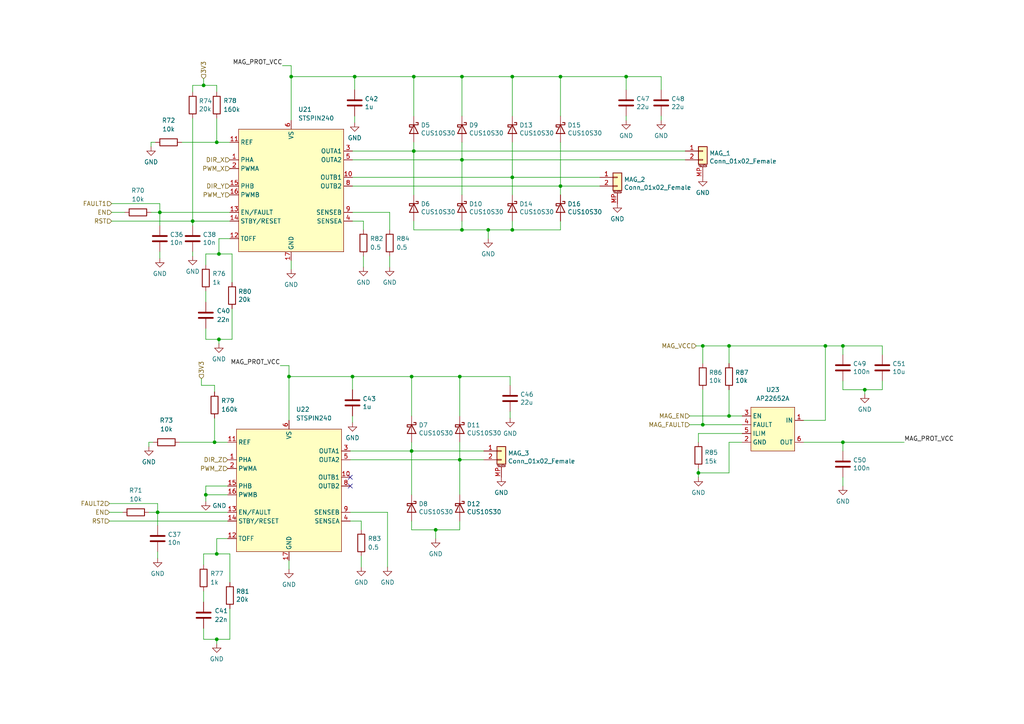
<source format=kicad_sch>
(kicad_sch (version 20211123) (generator eeschema)
  (paper "A4")
  (title_block (title "CubeSat 3 Axis Magnetorquer Drivers") (date "2022-08-10") (rev "2.0"))
  (lib_symbols
    (symbol "Connector_Generic_MountingPin:Conn_01x02_MountingPin" (pin_names (offset 1.016) hide)
      (property "Reference" "J" (at 0 2.54 0))
      (property "Value" "Conn_01x02_MountingPin" (at 1.27 -5.08 0))
      (symbol "Conn_01x02_MountingPin_1_1"
        (rectangle (start -1.27 -2.413) (end 0 -2.667) (stroke (width 0.1524)))
        (rectangle (start -1.27 0.127) (end 0 -0.127) (stroke (width 0.1524)))
        (rectangle (start -1.27 1.27) (end 1.27 -3.81) (stroke (width 0.254)) (fill (type background)))
        (polyline (pts (xy -1.016 -4.572) (xy 1.016 -4.572)) (stroke (width 0.1524)))
        (text "Mounting" (at 0 -4.191 0) (effects (font (size 0.381 0.381))))
        (pin passive line (at -5.08 0 0) (length 3.81) (name "Pin_1") (number "1"))
        (pin passive line (at -5.08 -2.54 0) (length 3.81) (name "Pin_2") (number "2"))
        (pin passive line (at 0 -7.62 90) (length 3.048) (name "MountPin") (number "MP"))
      )
    )
    (symbol "Device:C" (pin_numbers hide) (pin_names (offset 0.254))
      (property "Reference" "C" (at 0.635 2.54 0))
      (property "Value" "C" (at 0.635 -2.54 0))
      (symbol "C_0_1"
        (polyline (pts (xy -2.032 -0.762) (xy 2.032 -0.762)) (stroke (width 0.508)))
        (polyline (pts (xy -2.032 0.762) (xy 2.032 0.762)) (stroke (width 0.508)))
      )
      (symbol "C_1_1"
        (pin passive line (at 0 3.81 270) (length 2.794) (name "~") (number "1"))
        (pin passive line (at 0 -3.81 90) (length 2.794) (name "~") (number "2"))
      )
    )
    (symbol "Device:D_Schottky" (pin_numbers hide) (pin_names (offset 1.016) hide)
      (property "Reference" "D" (at 0 2.54 0))
      (property "Value" "D_Schottky" (at 0 -2.54 0))
      (symbol "D_Schottky_0_1"
        (polyline (pts (xy 1.27 0) (xy -1.27 0)))
        (polyline (pts (xy 1.27 1.27) (xy 1.27 -1.27) (xy -1.27 0) (xy 1.27 1.27)) (stroke (width 0.254)))
        (polyline (pts (xy -1.905 0.635) (xy -1.905 1.27) (xy -1.27 1.27) (xy -1.27 -1.27) (xy -0.635 -1.27) (xy -0.635 -0.635)) (stroke (width 0.254)))
      )
      (symbol "D_Schottky_1_1"
        (pin passive line (at -3.81 0 0) (length 2.54) (name "K") (number "1"))
        (pin passive line (at 3.81 0 180) (length 2.54) (name "A") (number "2"))
      )
    )
    (symbol "Device:R" (pin_numbers hide) (pin_names (offset 0))
      (property "Reference" "R" (at 2.032 0 90))
      (property "Value" "R" (at 0 0 90))
      (symbol "R_0_1"
        (rectangle (start -1.016 -2.54) (end 1.016 2.54) (stroke (width 0.254)))
      )
      (symbol "R_1_1"
        (pin passive line (at 0 3.81 270) (length 1.27) (name "~") (number "1"))
        (pin passive line (at 0 -3.81 90) (length 1.27) (name "~") (number "2"))
      )
    )
    (symbol "cubesat_obc_lib:AP22652A"
      (property "Reference" "U" (at -6.35 -7.62 0))
      (property "Value" "AP22652A" (at -8.89 -10.16 0))
      (symbol "AP22652A_0_0"
        (pin power_in line (at 8.89 2.54 180) (length 2.54) (name "IN") (number "1"))
        (pin power_in line (at -8.89 -3.81 0) (length 2.54) (name "GND") (number "2"))
        (pin input line (at -8.89 3.81 0) (length 2.54) (name "EN") (number "3"))
        (pin output line (at -8.89 1.27 0) (length 2.54) (name "FAULT") (number "4"))
        (pin input line (at -8.89 -1.27 0) (length 2.54) (name "ILIM") (number "5"))
        (pin power_out line (at 8.89 -3.81 180) (length 2.54) (name "OUT") (number "6"))
      )
      (symbol "AP22652A_0_1"
        (rectangle (start -6.35 6.35) (end 6.35 -6.35) (stroke (width 0.1524)) (fill (type background)))
      )
    )
    (symbol "cubesat_obc_lib:STSPIN240"
      (property "Reference" "U" (at -11.43 27.94 0))
      (property "Value" "STSPIN240" (at -7.62 25.4 0))
      (symbol "STSPIN240_0_0"
        (pin input line (at -17.78 12.7 0) (length 2.54) (name "PHA") (number "1"))
        (pin power_out line (at 17.78 7.62 180) (length 2.54) (name "OUTB1") (number "10"))
        (pin input line (at -17.78 17.78 0) (length 2.54) (name "REF") (number "11"))
        (pin bidirectional line (at -17.78 -10.16 0) (length 2.54) (name "TOFF") (number "12"))
        (pin bidirectional line (at -17.78 -2.54 0) (length 2.54) (name "EN/FAULT") (number "13"))
        (pin input line (at -17.78 -5.08 0) (length 2.54) (name "STBY/RESET") (number "14"))
        (pin input line (at -17.78 5.08 0) (length 2.54) (name "PHB") (number "15"))
        (pin input line (at -17.78 2.54 0) (length 2.54) (name "PWMB") (number "16"))
        (pin power_in line (at 0 -16.51 90) (length 2.54) (name "GND") (number "17"))
        (pin input line (at -17.78 10.16 0) (length 2.54) (name "PWMA") (number "2"))
        (pin power_out line (at 17.78 15.24 180) (length 2.54) (name "OUTA1") (number "3"))
        (pin output line (at 17.78 -5.08 180) (length 2.54) (name "SENSEA") (number "4"))
        (pin power_out line (at 17.78 12.7 180) (length 2.54) (name "OUTA2") (number "5"))
        (pin power_in line (at 0 24.13 270) (length 2.54) (name "VS") (number "6"))
        (pin power_in line (at 0 -16.51 90) (length 2.54) hide (name "GND") (number "7"))
        (pin power_out line (at 17.78 5.08 180) (length 2.54) (name "OUTB2") (number "8"))
        (pin output line (at 17.78 -2.54 180) (length 2.54) (name "SENSEB") (number "9"))
      )
      (symbol "STSPIN240_0_1"
        (rectangle (start -15.24 21.59) (end 15.24 -13.97) (fill (type background)))
      )
    )
    (symbol "power:GND" (power) (pin_names (offset 0))
      (property "Value" "GND" (at 0 -3.81 0))
      (symbol "GND_0_1"
        (polyline (pts (xy 0 0) (xy 0 -1.27) (xy 1.27 -1.27) (xy 0 -2.54) (xy -1.27 -1.27) (xy 0 -1.27)))
      )
      (symbol "GND_1_1"
        (pin power_in line (at 0 0 270) (length 0) hide (name "GND") (number "1"))
      )
    )
  )
  (junction (at 141.605 66.675))
  (junction (at 133.985 66.675))
  (junction (at 119.38 130.81))
  (junction (at 250.825 113.03))
  (junction (at 133.35 109.22))
  (junction (at 148.59 66.675))
  (junction (at 62.865 185.42))
  (junction (at 63.5 73.66))
  (junction (at 162.56 22.225))
  (junction (at 211.455 120.65))
  (junction (at 84.455 22.225))
  (junction (at 244.475 128.27))
  (junction (at 120.015 22.225))
  (junction (at 62.865 41.275))
  (junction (at 202.565 137.16))
  (junction (at 59.055 24.765))
  (junction (at 211.455 100.33))
  (junction (at 102.87 22.225))
  (junction (at 148.59 22.225))
  (junction (at 244.475 100.33))
  (junction (at 133.35 133.35))
  (junction (at 148.59 51.435))
  (junction (at 181.61 22.225))
  (junction (at 239.395 100.33))
  (junction (at 162.56 53.975))
  (junction (at 63.5 98.425))
  (junction (at 59.69 143.51))
  (junction (at 203.835 123.19))
  (junction (at 102.235 109.22))
  (junction (at 46.355 61.595))
  (junction (at 62.865 160.655))
  (junction (at 120.015 43.815))
  (junction (at 126.365 153.67))
  (junction (at 62.23 128.27))
  (junction (at 83.82 109.22))
  (junction (at 133.985 46.355))
  (junction (at 45.72 148.59))
  (junction (at 133.985 22.225))
  (junction (at 203.835 100.33))
  (junction (at 55.88 64.135))
  (junction (at 119.38 109.22))
  (no_connect (at 101.6 140.97))
  (no_connect (at 101.6 138.43))
  (wire (pts (xy 244.475 128.27) (xy 244.475 130.81)))
  (wire (pts (xy 147.955 119.38) (xy 147.955 121.285)))
  (wire (pts (xy 59.055 160.655) (xy 59.055 163.83)))
  (wire (pts (xy 120.015 66.675) (xy 120.015 64.135)))
  (wire (pts (xy 63.5 98.425) (xy 63.5 99.695)))
  (wire (pts (xy 162.56 66.675) (xy 162.56 64.135)))
  (wire (pts (xy 133.985 22.225) (xy 148.59 22.225)))
  (wire (pts (xy 244.475 113.03) (xy 244.475 110.49)))
  (wire (pts (xy 63.5 73.66) (xy 67.31 73.66)))
  (wire (pts (xy 67.31 89.535) (xy 67.31 98.425)))
  (wire (pts (xy 58.42 111.76) (xy 62.23 111.76)))
  (wire (pts (xy 102.235 46.355) (xy 133.985 46.355)))
  (wire (pts (xy 133.985 46.355) (xy 133.985 56.515)))
  (wire (pts (xy 133.35 153.67) (xy 133.35 151.13)))
  (wire (pts (xy 148.59 41.275) (xy 148.59 51.435)))
  (wire (pts (xy 133.985 66.675) (xy 133.985 64.135)))
  (wire (pts (xy 133.35 128.27) (xy 133.35 133.35)))
  (wire (pts (xy 55.88 64.135) (xy 55.88 65.405)))
  (wire (pts (xy 63.5 98.425) (xy 59.69 98.425)))
  (wire (pts (xy 119.38 153.67) (xy 119.38 151.13)))
  (wire (pts (xy 46.355 73.025) (xy 46.355 74.93)))
  (wire (pts (xy 162.56 33.655) (xy 162.56 22.225)))
  (wire (pts (xy 102.235 51.435) (xy 148.59 51.435)))
  (wire (pts (xy 200.025 120.65) (xy 211.455 120.65)))
  (wire (pts (xy 211.455 120.65) (xy 211.455 113.03)))
  (wire (pts (xy 181.61 22.225) (xy 162.56 22.225)))
  (wire (pts (xy 58.42 109.855) (xy 58.42 111.76)))
  (wire (pts (xy 141.605 66.675) (xy 141.605 69.215)))
  (wire (pts (xy 244.475 138.43) (xy 244.475 140.97)))
  (wire (pts (xy 162.56 22.225) (xy 148.59 22.225)))
  (wire (pts (xy 147.955 109.22) (xy 147.955 111.76)))
  (wire (pts (xy 59.69 84.455) (xy 59.69 87.63)))
  (wire (pts (xy 66.04 156.21) (xy 62.865 156.21)))
  (wire (pts (xy 203.835 100.33) (xy 211.455 100.33)))
  (wire (pts (xy 81.28 106.045) (xy 83.82 106.045)))
  (wire (pts (xy 211.455 128.27) (xy 215.265 128.27)))
  (wire (pts (xy 104.775 161.29) (xy 104.775 164.465)))
  (wire (pts (xy 211.455 128.27) (xy 211.455 137.16)))
  (wire (pts (xy 43.18 128.27) (xy 43.18 129.54)))
  (wire (pts (xy 133.35 109.22) (xy 147.955 109.22)))
  (wire (pts (xy 59.055 171.45) (xy 59.055 174.625)))
  (wire (pts (xy 148.59 51.435) (xy 173.99 51.435)))
  (wire (pts (xy 148.59 66.675) (xy 148.59 64.135)))
  (wire (pts (xy 55.88 24.765) (xy 59.055 24.765)))
  (wire (pts (xy 67.31 81.915) (xy 67.31 73.66)))
  (wire (pts (xy 119.38 130.81) (xy 119.38 143.51)))
  (wire (pts (xy 133.985 33.655) (xy 133.985 22.225)))
  (wire (pts (xy 244.475 128.27) (xy 262.255 128.27)))
  (wire (pts (xy 83.82 109.22) (xy 83.82 121.92)))
  (wire (pts (xy 126.365 153.67) (xy 133.35 153.67)))
  (wire (pts (xy 211.455 137.16) (xy 202.565 137.16)))
  (wire (pts (xy 101.6 148.59) (xy 112.395 148.59)))
  (wire (pts (xy 215.265 123.19) (xy 203.835 123.19)))
  (wire (pts (xy 102.87 33.655) (xy 102.87 35.56)))
  (wire (pts (xy 83.82 162.56) (xy 83.82 165.1)))
  (wire (pts (xy 66.04 148.59) (xy 45.72 148.59)))
  (wire (pts (xy 52.705 41.275) (xy 62.865 41.275)))
  (wire (pts (xy 43.815 41.275) (xy 43.815 42.545)))
  (wire (pts (xy 250.825 113.03) (xy 250.825 114.3)))
  (wire (pts (xy 66.675 64.135) (xy 55.88 64.135)))
  (wire (pts (xy 43.815 41.275) (xy 45.085 41.275)))
  (wire (pts (xy 81.915 19.05) (xy 84.455 19.05)))
  (wire (pts (xy 255.905 102.87) (xy 255.905 100.33)))
  (wire (pts (xy 46.355 61.595) (xy 46.355 65.405)))
  (wire (pts (xy 250.825 113.03) (xy 244.475 113.03)))
  (wire (pts (xy 62.865 185.42) (xy 62.865 186.69)))
  (wire (pts (xy 84.455 19.05) (xy 84.455 22.225)))
  (wire (pts (xy 66.675 69.215) (xy 63.5 69.215)))
  (wire (pts (xy 101.6 130.81) (xy 119.38 130.81)))
  (wire (pts (xy 32.385 64.135) (xy 55.88 64.135)))
  (wire (pts (xy 66.04 143.51) (xy 59.69 143.51)))
  (wire (pts (xy 66.675 185.42) (xy 62.865 185.42)))
  (wire (pts (xy 202.565 125.73) (xy 202.565 128.27)))
  (wire (pts (xy 133.35 120.65) (xy 133.35 109.22)))
  (wire (pts (xy 112.395 148.59) (xy 112.395 164.465)))
  (wire (pts (xy 239.395 100.33) (xy 239.395 121.92)))
  (wire (pts (xy 102.87 22.225) (xy 102.87 26.035)))
  (wire (pts (xy 52.07 128.27) (xy 62.23 128.27)))
  (wire (pts (xy 133.35 133.35) (xy 133.35 143.51)))
  (wire (pts (xy 62.865 185.42) (xy 59.055 185.42)))
  (wire (pts (xy 148.59 51.435) (xy 148.59 56.515)))
  (wire (pts (xy 126.365 153.67) (xy 126.365 156.21)))
  (wire (pts (xy 102.235 61.595) (xy 113.03 61.595)))
  (wire (pts (xy 119.38 109.22) (xy 119.38 120.65)))
  (wire (pts (xy 43.18 148.59) (xy 45.72 148.59)))
  (wire (pts (xy 191.77 26.035) (xy 191.77 22.225)))
  (wire (pts (xy 102.235 43.815) (xy 120.015 43.815)))
  (wire (pts (xy 120.015 22.225) (xy 120.015 33.655)))
  (wire (pts (xy 119.38 153.67) (xy 126.365 153.67)))
  (wire (pts (xy 119.38 130.81) (xy 140.335 130.81)))
  (wire (pts (xy 233.045 128.27) (xy 244.475 128.27)))
  (wire (pts (xy 148.59 66.675) (xy 162.56 66.675)))
  (wire (pts (xy 62.865 160.655) (xy 66.675 160.655)))
  (wire (pts (xy 120.015 43.815) (xy 198.755 43.815)))
  (wire (pts (xy 55.88 26.67) (xy 55.88 24.765)))
  (wire (pts (xy 55.88 73.025) (xy 55.88 74.295)))
  (wire (pts (xy 203.835 100.33) (xy 203.835 105.41)))
  (wire (pts (xy 140.335 133.35) (xy 133.35 133.35)))
  (wire (pts (xy 55.88 34.29) (xy 55.88 64.135)))
  (wire (pts (xy 202.565 135.89) (xy 202.565 137.16)))
  (wire (pts (xy 45.72 160.02) (xy 45.72 161.925)))
  (wire (pts (xy 102.235 120.65) (xy 102.235 122.555)))
  (wire (pts (xy 211.455 100.33) (xy 211.455 105.41)))
  (wire (pts (xy 102.235 64.135) (xy 105.41 64.135)))
  (wire (pts (xy 211.455 100.33) (xy 239.395 100.33)))
  (wire (pts (xy 181.61 26.035) (xy 181.61 22.225)))
  (wire (pts (xy 255.905 110.49) (xy 255.905 113.03)))
  (wire (pts (xy 255.905 113.03) (xy 250.825 113.03)))
  (wire (pts (xy 43.815 61.595) (xy 46.355 61.595)))
  (wire (pts (xy 191.77 33.655) (xy 191.77 34.925)))
  (wire (pts (xy 101.6 151.13) (xy 104.775 151.13)))
  (wire (pts (xy 32.385 61.595) (xy 36.195 61.595)))
  (wire (pts (xy 102.235 109.22) (xy 83.82 109.22)))
  (wire (pts (xy 133.985 46.355) (xy 198.755 46.355)))
  (wire (pts (xy 162.56 53.975) (xy 173.99 53.975)))
  (wire (pts (xy 59.055 185.42) (xy 59.055 182.245)))
  (wire (pts (xy 141.605 66.675) (xy 148.59 66.675)))
  (wire (pts (xy 45.72 146.05) (xy 45.72 148.59)))
  (wire (pts (xy 203.835 123.19) (xy 203.835 113.03)))
  (wire (pts (xy 120.015 66.675) (xy 133.985 66.675)))
  (wire (pts (xy 59.055 22.86) (xy 59.055 24.765)))
  (wire (pts (xy 201.93 100.33) (xy 203.835 100.33)))
  (wire (pts (xy 62.23 111.76) (xy 62.23 113.665)))
  (wire (pts (xy 59.055 24.765) (xy 62.865 24.765)))
  (wire (pts (xy 244.475 100.33) (xy 239.395 100.33)))
  (wire (pts (xy 202.565 137.16) (xy 202.565 138.43)))
  (wire (pts (xy 120.015 43.815) (xy 120.015 56.515)))
  (wire (pts (xy 66.04 140.97) (xy 59.69 140.97)))
  (wire (pts (xy 46.355 59.055) (xy 46.355 61.595)))
  (wire (pts (xy 101.6 133.35) (xy 133.35 133.35)))
  (wire (pts (xy 215.265 120.65) (xy 211.455 120.65)))
  (wire (pts (xy 119.38 128.27) (xy 119.38 130.81)))
  (wire (pts (xy 63.5 69.215) (xy 63.5 73.66)))
  (wire (pts (xy 32.385 59.055) (xy 46.355 59.055)))
  (wire (pts (xy 31.75 148.59) (xy 35.56 148.59)))
  (wire (pts (xy 133.35 109.22) (xy 119.38 109.22)))
  (wire (pts (xy 162.56 41.275) (xy 162.56 53.975)))
  (wire (pts (xy 181.61 22.225) (xy 191.77 22.225)))
  (wire (pts (xy 45.72 148.59) (xy 45.72 152.4)))
  (wire (pts (xy 59.69 140.97) (xy 59.69 143.51)))
  (wire (pts (xy 105.41 64.135) (xy 105.41 66.675)))
  (wire (pts (xy 84.455 75.565) (xy 84.455 78.105)))
  (wire (pts (xy 62.865 41.275) (xy 66.675 41.275)))
  (wire (pts (xy 62.865 24.765) (xy 62.865 26.67)))
  (wire (pts (xy 113.03 74.295) (xy 113.03 77.47)))
  (wire (pts (xy 244.475 100.33) (xy 244.475 102.87)))
  (wire (pts (xy 102.235 109.22) (xy 102.235 113.03)))
  (wire (pts (xy 102.87 22.225) (xy 84.455 22.225)))
  (wire (pts (xy 239.395 121.92) (xy 233.045 121.92)))
  (wire (pts (xy 215.265 125.73) (xy 202.565 125.73)))
  (wire (pts (xy 59.69 98.425) (xy 59.69 95.25)))
  (wire (pts (xy 133.985 22.225) (xy 120.015 22.225)))
  (wire (pts (xy 181.61 33.655) (xy 181.61 34.925)))
  (wire (pts (xy 102.87 22.225) (xy 120.015 22.225)))
  (wire (pts (xy 120.015 41.275) (xy 120.015 43.815)))
  (wire (pts (xy 133.985 41.275) (xy 133.985 46.355)))
  (wire (pts (xy 59.055 160.655) (xy 62.865 160.655)))
  (wire (pts (xy 255.905 100.33) (xy 244.475 100.33)))
  (wire (pts (xy 104.775 151.13) (xy 104.775 153.67)))
  (wire (pts (xy 66.675 168.91) (xy 66.675 160.655)))
  (wire (pts (xy 66.675 176.53) (xy 66.675 185.42)))
  (wire (pts (xy 62.23 121.285) (xy 62.23 128.27)))
  (wire (pts (xy 31.75 146.05) (xy 45.72 146.05)))
  (wire (pts (xy 67.31 98.425) (xy 63.5 98.425)))
  (wire (pts (xy 200.025 123.19) (xy 203.835 123.19)))
  (wire (pts (xy 102.235 109.22) (xy 119.38 109.22)))
  (wire (pts (xy 62.865 156.21) (xy 62.865 160.655)))
  (wire (pts (xy 105.41 74.295) (xy 105.41 77.47)))
  (wire (pts (xy 31.75 151.13) (xy 66.04 151.13)))
  (wire (pts (xy 59.69 143.51) (xy 59.69 145.415)))
  (wire (pts (xy 59.69 73.66) (xy 63.5 73.66)))
  (wire (pts (xy 62.23 128.27) (xy 66.04 128.27)))
  (wire (pts (xy 162.56 53.975) (xy 162.56 56.515)))
  (wire (pts (xy 113.03 61.595) (xy 113.03 66.675)))
  (wire (pts (xy 84.455 22.225) (xy 84.455 34.925)))
  (wire (pts (xy 148.59 22.225) (xy 148.59 33.655)))
  (wire (pts (xy 83.82 106.045) (xy 83.82 109.22)))
  (wire (pts (xy 102.235 53.975) (xy 162.56 53.975)))
  (wire (pts (xy 62.865 34.29) (xy 62.865 41.275)))
  (wire (pts (xy 133.985 66.675) (xy 141.605 66.675)))
  (wire (pts (xy 43.18 128.27) (xy 44.45 128.27)))
  (wire (pts (xy 59.69 73.66) (xy 59.69 76.835)))
  (wire (pts (xy 66.675 61.595) (xy 46.355 61.595)))
  (label "MAG_PROT_VCC" (at 81.915 19.05 180))
  (label "MAG_PROT_VCC" (at 262.255 128.27 0))
  (label "MAG_PROT_VCC" (at 81.28 106.045 180))
  (hierarchical_label "MAG_EN" (shape input) (at 200.025 120.65 180))
  (hierarchical_label "DIR_Z" (shape input) (at 66.04 133.35 180))
  (hierarchical_label "RST" (shape input) (at 32.385 64.135 180))
  (hierarchical_label "EN" (shape input) (at 32.385 61.595 180))
  (hierarchical_label "3V3" (shape input) (at 59.055 22.86 90))
  (hierarchical_label "EN" (shape input) (at 31.75 148.59 180))
  (hierarchical_label "MAG_VCC" (shape input) (at 201.93 100.33 180))
  (hierarchical_label "FAULT2" (shape input) (at 31.75 146.05 180))
  (hierarchical_label "PWM_X" (shape input) (at 66.675 48.895 180))
  (hierarchical_label "PWM_Y" (shape input) (at 66.675 56.515 180))
  (hierarchical_label "RST" (shape input) (at 31.75 151.13 180))
  (hierarchical_label "DIR_Y" (shape input) (at 66.675 53.975 180))
  (hierarchical_label "DIR_X" (shape input) (at 66.675 46.355 180))
  (hierarchical_label "3V3" (shape input) (at 58.42 109.855 90))
  (hierarchical_label "MAG_FAULT" (shape input) (at 200.025 123.19 180))
  (hierarchical_label "PWM_Z" (shape input) (at 66.04 135.89 180))
  (hierarchical_label "FAULT1" (shape input) (at 32.385 59.055 180))
  (symbol (lib_id "Connector_Generic_MountingPin:Conn_01x02_MountingPin") (at 145.415 130.81 0) (unit 1)
    (property "Reference" "MAG_3" (at 147.32 131.445 0) (effects (justify left)))
    (property "Value" "Conn_01x02_Female" (at 147.32 133.7564 0) (effects (justify left)))
    (property "Footprint" "Connector_Molex:Molex_PicoBlade_53261-0271_1x02-1MP_P1.25mm_Horizontal" (effects hide))
    (property "Digikey Part Number" "WM25389CT-ND" (effects hide))
  )
  (symbol (lib_id "Connector_Generic_MountingPin:Conn_01x02_MountingPin") (at 203.835 43.815 0) (unit 1)
    (property "Reference" "MAG_1" (at 205.74 44.45 0) (effects (justify left)))
    (property "Value" "Conn_01x02_Female" (at 205.74 46.7614 0) (effects (justify left)))
    (property "Footprint" "Connector_Molex:Molex_PicoBlade_53261-0271_1x02-1MP_P1.25mm_Horizontal" (effects hide))
    (property "Digikey Part Number" "WM25389CT-ND" (effects hide))
  )
  (symbol (lib_id "Connector_Generic_MountingPin:Conn_01x02_MountingPin") (at 179.07 51.435 0) (unit 1)
    (property "Reference" "MAG_2" (at 180.975 52.07 0) (effects (justify left)))
    (property "Value" "Conn_01x02_Female" (at 180.975 54.3814 0) (effects (justify left)))
    (property "Footprint" "Connector_Molex:Molex_PicoBlade_53261-0271_1x02-1MP_P1.25mm_Horizontal" (effects hide))
    (property "Digikey Part Number" "WM25389CT-ND" (effects hide))
  )
  (symbol (lib_id "Device:D_Schottky") (at 133.985 60.325 270) (unit 1)
    (property "Reference" "D10" (at 136.017 59.1566 90) (effects (justify left)))
    (property "Value" "CUS10S30" (at 136.017 61.468 90) (effects (justify left)))
    (property "Footprint" "Diode_SMD:D_SOD-323" (effects hide))
    (property "Digikey Part Number" "CUS10S30H3FCT-ND" (effects hide))
  )
  (symbol (lib_id "Device:D_Schottky") (at 120.015 60.325 270) (unit 1)
    (property "Reference" "D6" (at 122.047 59.1566 90) (effects (justify left)))
    (property "Value" "CUS10S30" (at 122.047 61.468 90) (effects (justify left)))
    (property "Footprint" "Diode_SMD:D_SOD-323" (effects hide))
    (property "Digikey Part Number" "CUS10S30H3FCT-ND" (effects hide))
  )
  (symbol (lib_id "Device:D_Schottky") (at 133.985 37.465 270) (unit 1)
    (property "Reference" "D9" (at 136.017 36.2966 90) (effects (justify left)))
    (property "Value" "CUS10S30" (at 136.017 38.608 90) (effects (justify left)))
    (property "Footprint" "Diode_SMD:D_SOD-323" (effects hide))
    (property "Digikey Part Number" "CUS10S30H3FCT-ND" (effects hide))
  )
  (symbol (lib_id "Device:D_Schottky") (at 120.015 37.465 270) (unit 1)
    (property "Reference" "D5" (at 122.047 36.2966 90) (effects (justify left)))
    (property "Value" "CUS10S30" (at 122.047 38.608 90) (effects (justify left)))
    (property "Footprint" "Diode_SMD:D_SOD-323" (effects hide))
    (property "Digikey Part Number" "CUS10S30H3FCT-ND" (effects hide))
  )
  (symbol (lib_id "Device:D_Schottky") (at 162.56 37.465 270) (unit 1)
    (property "Reference" "D15" (at 164.592 36.2966 90) (effects (justify left)))
    (property "Value" "CUS10S30" (at 164.592 38.608 90) (effects (justify left)))
    (property "Footprint" "Diode_SMD:D_SOD-323" (effects hide))
    (property "Digikey Part Number" "CUS10S30H3FCT-ND" (effects hide))
  )
  (symbol (lib_id "Device:D_Schottky") (at 148.59 37.465 270) (unit 1)
    (property "Reference" "D13" (at 150.622 36.2966 90) (effects (justify left)))
    (property "Value" "CUS10S30" (at 150.622 38.608 90) (effects (justify left)))
    (property "Footprint" "Diode_SMD:D_SOD-323" (effects hide))
    (property "Digikey Part Number" "CUS10S30H3FCT-ND" (effects hide))
  )
  (symbol (lib_id "Device:D_Schottky") (at 133.35 124.46 270) (unit 1)
    (property "Reference" "D11" (at 135.382 123.2916 90) (effects (justify left)))
    (property "Value" "CUS10S30" (at 135.382 125.603 90) (effects (justify left)))
    (property "Footprint" "Diode_SMD:D_SOD-323" (effects hide))
    (property "Digikey Part Number" "CUS10S30H3FCT-ND" (effects hide))
  )
  (symbol (lib_id "Device:D_Schottky") (at 119.38 124.46 270) (unit 1)
    (property "Reference" "D7" (at 121.412 123.2916 90) (effects (justify left)))
    (property "Value" "CUS10S30" (at 121.412 125.603 90) (effects (justify left)))
    (property "Footprint" "Diode_SMD:D_SOD-323" (effects hide))
    (property "Digikey Part Number" "CUS10S30H3FCT-ND" (effects hide))
  )
  (symbol (lib_id "Device:D_Schottky") (at 162.56 60.325 270) (unit 1)
    (property "Reference" "D16" (at 164.592 59.1566 90) (effects (justify left)))
    (property "Value" "CUS10S30" (at 164.592 61.468 90) (effects (justify left)))
    (property "Footprint" "Diode_SMD:D_SOD-323" (effects hide))
    (property "Digikey Part Number" "CUS10S30H3FCT-ND" (effects hide))
  )
  (symbol (lib_id "Device:D_Schottky") (at 148.59 60.325 270) (unit 1)
    (property "Reference" "D14" (at 150.622 59.1566 90) (effects (justify left)))
    (property "Value" "CUS10S30" (at 150.622 61.468 90) (effects (justify left)))
    (property "Footprint" "Diode_SMD:D_SOD-323" (effects hide))
    (property "Digikey Part Number" "CUS10S30H3FCT-ND" (effects hide))
  )
  (symbol (lib_id "Device:D_Schottky") (at 133.35 147.32 270) (unit 1)
    (property "Reference" "D12" (at 135.382 146.1516 90) (effects (justify left)))
    (property "Value" "CUS10S30" (at 135.382 148.463 90) (effects (justify left)))
    (property "Footprint" "Diode_SMD:D_SOD-323" (effects hide))
    (property "Digikey Part Number" "CUS10S30H3FCT-ND" (effects hide))
  )
  (symbol (lib_id "Device:D_Schottky") (at 119.38 147.32 270) (unit 1)
    (property "Reference" "D8" (at 121.412 146.1516 90) (effects (justify left)))
    (property "Value" "CUS10S30" (at 121.412 148.463 90) (effects (justify left)))
    (property "Footprint" "Diode_SMD:D_SOD-323" (effects hide))
    (property "Digikey Part Number" "CUS10S30H3FCT-ND" (effects hide))
  )
  (symbol (lib_id "Device:C") (at 191.77 29.845 0) (unit 1)
    (property "Reference" "C48" (at 194.691 28.6766 0) (effects (justify left)))
    (property "Value" "22u" (at 194.691 30.988 0) (effects (justify left)))
    (property "Footprint" "Capacitor_SMD:C_1210_3225Metric" (effects hide))
    (property "Digikey Part Number" "399-13723-1-ND" (effects hide))
  )
  (symbol (lib_id "Device:C") (at 181.61 29.845 0) (unit 1)
    (property "Reference" "C47" (at 184.531 28.6766 0) (effects (justify left)))
    (property "Value" "22u" (at 184.531 30.988 0) (effects (justify left)))
    (property "Footprint" "Capacitor_SMD:C_1210_3225Metric" (effects hide))
    (property "Digikey Part Number" "399-13723-1-ND" (effects hide))
  )
  (symbol (lib_id "Device:C") (at 147.955 115.57 0) (unit 1)
    (property "Reference" "C46" (at 150.876 114.4016 0) (effects (justify left)))
    (property "Value" "22u" (at 150.876 116.713 0) (effects (justify left)))
    (property "Footprint" "Capacitor_SMD:C_1210_3225Metric" (effects hide))
    (property "Digikey Part Number" "399-13723-1-ND" (effects hide))
  )
  (symbol (lib_id "Device:R") (at 62.865 30.48 0) (unit 1)
    (property "Reference" "R78" (at 64.77 29.2099 0) (effects (justify left)))
    (property "Value" "160k" (at 64.77 31.7499 0) (effects (justify left)))
    (property "Footprint" "Resistor_SMD:R_0402_1005Metric" (effects hide))
    (property "Digikey Part Number" "YAG5635CT-ND" (effects hide))
  )
  (symbol (lib_id "power:GND") (at 126.365 156.21 0) (unit 1)
    (property "Reference" "#PWR070" (effects hide))
    (property "Value" "GND" (at 126.365 160.6534 0))
  )
  (symbol (lib_id "power:GND") (at 112.395 164.465 0) (unit 1)
    (property "Reference" "#PWR069" (effects hide))
    (property "Value" "GND" (at 112.395 168.9084 0))
  )
  (symbol (lib_id "Device:C") (at 102.87 29.845 0) (unit 1)
    (property "Reference" "C42" (at 105.791 28.6766 0) (effects (justify left)))
    (property "Value" "1u" (at 105.791 30.988 0) (effects (justify left)))
    (property "Footprint" "Capacitor_SMD:C_0603_1608Metric" (effects hide))
    (property "Digikey Part Number" "399-17713-1-ND" (effects hide))
  )
  (symbol (lib_id "Device:C") (at 45.72 156.21 180) (unit 1)
    (property "Reference" "C37" (at 48.641 155.0416 0) (effects (justify right)))
    (property "Value" "10n" (at 48.641 157.353 0) (effects (justify right)))
    (property "Footprint" "Capacitor_SMD:C_0603_1608Metric" (effects hide))
    (property "Digikey Part Number" "399-14104-1-ND" (effects hide))
  )
  (symbol (lib_id "power:GND") (at 102.87 35.56 0) (unit 1)
    (property "Reference" "#PWR066" (effects hide))
    (property "Value" "GND" (at 102.87 40.0034 0))
  )
  (symbol (lib_id "power:GND") (at 43.815 42.545 0) (unit 1)
    (property "Reference" "#PWR053" (effects hide))
    (property "Value" "GND" (at 43.815 46.9884 0))
  )
  (symbol (lib_id "Device:C") (at 102.235 116.84 0) (unit 1)
    (property "Reference" "C43" (at 105.156 115.6716 0) (effects (justify left)))
    (property "Value" "1u" (at 105.156 117.983 0) (effects (justify left)))
    (property "Footprint" "Capacitor_SMD:C_0603_1608Metric" (effects hide))
    (property "Digikey Part Number" "399-17713-1-ND" (effects hide))
  )
  (symbol (lib_id "Device:C") (at 55.88 69.215 180) (unit 1)
    (property "Reference" "C38" (at 58.801 68.0466 0) (effects (justify right)))
    (property "Value" "10n" (at 58.801 70.358 0) (effects (justify right)))
    (property "Footprint" "Capacitor_SMD:C_0603_1608Metric" (effects hide))
    (property "Digikey Part Number" "399-14104-1-ND" (effects hide))
  )
  (symbol (lib_id "cubesat_obc_lib:STSPIN240") (at 83.82 146.05 0) (unit 1)
    (property "Reference" "U22" (at 85.8394 118.745 0) (effects (justify left)))
    (property "Value" "STSPIN240" (at 85.8394 121.285 0) (effects (justify left)))
    (property "Footprint" "Package_DFN_QFN:VQFN-16-1EP_3x3mm_P0.5mm_EP1.68x1.68mm_ThermalVias" (effects hide))
    (property "Datasheet" "https://www.st.com/content/ccc/resource/technical/document/datasheet/group3/2f/ef/09/12/89/cd/41/c8/DM00293532/files/DM00293532.pdf/jcr:content/translations/en.DM00293532.pdf" (effects hide))
    (property "Digikey Part Number" "497-16604-1-ND" (effects hide))
  )
  (symbol (lib_id "power:GND") (at 191.77 34.925 0) (unit 1)
    (property "Reference" "#PWR074" (effects hide))
    (property "Value" "GND" (at 191.77 39.3684 0))
  )
  (symbol (lib_id "Device:R") (at 203.835 109.22 0) (unit 1)
    (property "Reference" "R86" (at 205.613 108.0516 0) (effects (justify left)))
    (property "Value" "10k" (at 205.613 110.363 0) (effects (justify left)))
    (property "Footprint" "Resistor_SMD:R_0402_1005Metric" (effects hide))
    (property "Digikey Part Number" "YAG3436CT-ND" (effects hide))
  )
  (symbol (lib_id "power:GND") (at 202.565 138.43 0) (unit 1)
    (property "Reference" "#PWR075" (effects hide))
    (property "Value" "GND" (at 202.565 142.8734 0))
  )
  (symbol (lib_id "power:GND") (at 113.03 77.47 0) (unit 1)
    (property "Reference" "#PWR068" (effects hide))
    (property "Value" "GND" (at 113.03 81.9134 0))
  )
  (symbol (lib_id "Device:R") (at 48.26 128.27 90) (unit 1)
    (property "Reference" "R73" (at 48.26 121.92 90))
    (property "Value" "10k" (at 48.26 124.46 90))
    (property "Footprint" "Resistor_SMD:R_0402_1005Metric" (effects hide))
    (property "Digikey Part Number" "YAG3436CT-ND" (effects hide))
  )
  (symbol (lib_id "power:GND") (at 84.455 78.105 0) (unit 1)
    (property "Reference" "#PWR062" (effects hide))
    (property "Value" "GND" (at 84.455 82.5484 0))
  )
  (symbol (lib_id "power:GND") (at 63.5 99.695 0) (unit 1)
    (property "Reference" "#PWR060" (effects hide))
    (property "Value" "GND" (at 63.5 104.1384 0))
  )
  (symbol (lib_id "Device:C") (at 59.055 178.435 0) (unit 1)
    (property "Reference" "C41" (at 62.23 177.1649 0) (effects (justify left)))
    (property "Value" "22n" (at 62.23 179.7049 0) (effects (justify left)))
    (property "Footprint" "Capacitor_SMD:C_0402_1005Metric" (effects hide))
    (property "Digikey Part Number" "399-16022-1-ND" (effects hide))
  )
  (symbol (lib_id "Device:R") (at 59.055 167.64 0) (unit 1)
    (property "Reference" "R77" (at 60.96 166.3699 0) (effects (justify left)))
    (property "Value" "1k" (at 60.96 168.9099 0) (effects (justify left)))
    (property "Footprint" "Resistor_SMD:R_0402_1005Metric" (effects hide))
    (property "Digikey Part Number" "311-1KLBCT-ND" (effects hide))
  )
  (symbol (lib_id "Device:R") (at 67.31 85.725 0) (unit 1)
    (property "Reference" "R80" (at 69.088 84.5566 0) (effects (justify left)))
    (property "Value" "20k" (at 69.088 86.868 0) (effects (justify left)))
    (property "Footprint" "Resistor_SMD:R_0603_1608Metric" (effects hide))
    (property "Digikey Part Number" "YAG3577CT-ND" (effects hide))
  )
  (symbol (lib_id "power:GND") (at 43.18 129.54 0) (unit 1)
    (property "Reference" "#PWR054" (effects hide))
    (property "Value" "GND" (at 43.18 133.9834 0))
  )
  (symbol (lib_id "power:GND") (at 46.355 74.93 0) (unit 1)
    (property "Reference" "#PWR055" (effects hide))
    (property "Value" "GND" (at 46.355 79.3734 0))
  )
  (symbol (lib_id "power:GND") (at 45.72 161.925 0) (unit 1)
    (property "Reference" "#PWR056" (effects hide))
    (property "Value" "GND" (at 45.72 166.3684 0))
  )
  (symbol (lib_id "Device:R") (at 105.41 70.485 0) (unit 1)
    (property "Reference" "R82" (at 107.315 69.2149 0) (effects (justify left)))
    (property "Value" "0.5" (at 107.315 71.7549 0) (effects (justify left)))
    (property "Footprint" "Resistor_SMD:R_0805_2012Metric" (effects hide))
    (property "Digikey Part Number" "311-.5LUCT-ND" (effects hide))
  )
  (symbol (lib_id "power:GND") (at 62.865 186.69 0) (unit 1)
    (property "Reference" "#PWR061" (effects hide))
    (property "Value" "GND" (at 62.865 191.1334 0))
  )
  (symbol (lib_id "Device:C") (at 59.69 91.44 0) (unit 1)
    (property "Reference" "C40" (at 62.865 90.1699 0) (effects (justify left)))
    (property "Value" "22n" (at 62.865 92.7099 0) (effects (justify left)))
    (property "Footprint" "Capacitor_SMD:C_0402_1005Metric" (effects hide))
    (property "Digikey Part Number" "399-16022-1-ND" (effects hide))
  )
  (symbol (lib_id "power:GND") (at 83.82 165.1 0) (unit 1)
    (property "Reference" "#PWR063" (effects hide))
    (property "Value" "GND" (at 83.82 169.5434 0))
  )
  (symbol (lib_id "power:GND") (at 145.415 138.43 0) (unit 1)
    (property "Reference" "#PWR0112" (effects hide))
    (property "Value" "GND" (at 145.415 142.8734 0))
  )
  (symbol (lib_id "cubesat_obc_lib:AP22652A") (at 224.155 124.46 0) (unit 1)
    (property "Reference" "U23" (at 224.155 113.03 0))
    (property "Value" "AP22652A" (at 224.155 115.57 0))
    (property "Footprint" "Package_TO_SOT_SMD:SOT-23-6" (effects hide))
    (property "Datasheet" "https://www.diodes.com/assets/Datasheets/AP22652_53_52A_53A.pdf" (effects hide))
    (property "Digikey Part Number" "31-AP22652AW6-7CT-ND" (effects hide))
  )
  (symbol (lib_id "Device:R") (at 113.03 70.485 0) (unit 1)
    (property "Reference" "R84" (at 114.935 69.2149 0) (effects (justify left)))
    (property "Value" "0.5" (at 114.935 71.7549 0) (effects (justify left)))
    (property "Footprint" "Resistor_SMD:R_0805_2012Metric" (effects hide))
    (property "Digikey Part Number" "311-.5LUCT-ND" (effects hide))
  )
  (symbol (lib_id "Device:R") (at 59.69 80.645 0) (unit 1)
    (property "Reference" "R76" (at 61.595 79.3749 0) (effects (justify left)))
    (property "Value" "1k" (at 61.595 81.9149 0) (effects (justify left)))
    (property "Footprint" "Resistor_SMD:R_0402_1005Metric" (effects hide))
    (property "Digikey Part Number" "311-1KLBCT-ND" (effects hide))
  )
  (symbol (lib_id "power:GND") (at 203.835 51.435 0) (unit 1)
    (property "Reference" "#PWR0114" (effects hide))
    (property "Value" "GND" (at 203.835 55.8784 0))
  )
  (symbol (lib_id "power:GND") (at 59.69 145.415 0) (unit 1)
    (property "Reference" "#PWR059" (effects hide))
    (property "Value" "GND" (at 61.595 146.6849 0) (effects (justify left)))
  )
  (symbol (lib_id "Device:R") (at 202.565 132.08 0) (unit 1)
    (property "Reference" "R85" (at 204.343 131.2453 0) (effects (justify left)))
    (property "Value" "15k" (at 204.343 133.7822 0) (effects (justify left)))
    (property "Footprint" "Resistor_SMD:R_0402_1005Metric" (effects hide))
    (property "Digikey Part Number" "YAG3444CT-ND" (effects hide))
  )
  (symbol (lib_id "power:GND") (at 250.825 114.3 0) (unit 1)
    (property "Reference" "#PWR077" (effects hide))
    (property "Value" "GND" (at 250.825 118.7434 0))
  )
  (symbol (lib_id "power:GND") (at 179.07 59.055 0) (unit 1)
    (property "Reference" "#PWR0113" (effects hide))
    (property "Value" "GND" (at 179.07 63.4984 0))
  )
  (symbol (lib_id "Device:R") (at 104.775 157.48 0) (unit 1)
    (property "Reference" "R83" (at 106.68 156.2099 0) (effects (justify left)))
    (property "Value" "0.5" (at 106.68 158.7499 0) (effects (justify left)))
    (property "Footprint" "Resistor_SMD:R_0805_2012Metric" (effects hide))
    (property "Digikey Part Number" "311-.5LUCT-ND" (effects hide))
  )
  (symbol (lib_id "Device:R") (at 48.895 41.275 90) (unit 1)
    (property "Reference" "R72" (at 48.895 34.925 90))
    (property "Value" "10k" (at 48.895 37.465 90))
    (property "Footprint" "Resistor_SMD:R_0402_1005Metric" (effects hide))
    (property "Digikey Part Number" "YAG3436CT-ND" (effects hide))
  )
  (symbol (lib_id "power:GND") (at 244.475 140.97 0) (unit 1)
    (property "Reference" "#PWR076" (effects hide))
    (property "Value" "GND" (at 244.475 145.4134 0))
  )
  (symbol (lib_id "power:GND") (at 141.605 69.215 0) (unit 1)
    (property "Reference" "#PWR071" (effects hide))
    (property "Value" "GND" (at 141.605 73.6584 0))
  )
  (symbol (lib_id "Device:R") (at 66.675 172.72 0) (unit 1)
    (property "Reference" "R81" (at 68.453 171.5516 0) (effects (justify left)))
    (property "Value" "20k" (at 68.453 173.863 0) (effects (justify left)))
    (property "Footprint" "Resistor_SMD:R_0603_1608Metric" (effects hide))
    (property "Digikey Part Number" "YAG3577CT-ND" (effects hide))
  )
  (symbol (lib_id "Device:C") (at 255.905 106.68 0) (unit 1)
    (property "Reference" "C51" (at 258.826 105.5116 0) (effects (justify left)))
    (property "Value" "10u" (at 258.826 107.823 0) (effects (justify left)))
    (property "Footprint" "Capacitor_SMD:C_1206_3216Metric" (effects hide))
    (property "Digikey Part Number" "399-7012-1-ND" (effects hide))
  )
  (symbol (lib_id "power:GND") (at 105.41 77.47 0) (unit 1)
    (property "Reference" "#PWR064" (effects hide))
    (property "Value" "GND" (at 105.41 81.9134 0))
  )
  (symbol (lib_id "Device:R") (at 62.23 117.475 0) (unit 1)
    (property "Reference" "R79" (at 64.135 116.2049 0) (effects (justify left)))
    (property "Value" "160k" (at 64.135 118.7449 0) (effects (justify left)))
    (property "Footprint" "Resistor_SMD:R_0402_1005Metric" (effects hide))
    (property "Digikey Part Number" "YAG5635CT-ND" (effects hide))
  )
  (symbol (lib_id "Device:R") (at 55.88 30.48 0) (unit 1)
    (property "Reference" "R74" (at 57.658 29.3116 0) (effects (justify left)))
    (property "Value" "20k" (at 57.658 31.623 0) (effects (justify left)))
    (property "Footprint" "Resistor_SMD:R_0603_1608Metric" (effects hide))
    (property "Digikey Part Number" "YAG3577CT-ND" (effects hide))
  )
  (symbol (lib_id "cubesat_obc_lib:STSPIN240") (at 84.455 59.055 0) (unit 1)
    (property "Reference" "U21" (at 86.4744 31.75 0) (effects (justify left)))
    (property "Value" "STSPIN240" (at 86.4744 34.29 0) (effects (justify left)))
    (property "Footprint" "Package_DFN_QFN:VQFN-16-1EP_3x3mm_P0.5mm_EP1.68x1.68mm_ThermalVias" (effects hide))
    (property "Datasheet" "https://www.st.com/content/ccc/resource/technical/document/datasheet/group3/2f/ef/09/12/89/cd/41/c8/DM00293532/files/DM00293532.pdf/jcr:content/translations/en.DM00293532.pdf" (effects hide))
    (property "Digikey Part Number" "497-16604-1-ND" (effects hide))
  )
  (symbol (lib_id "power:GND") (at 55.88 74.295 0) (unit 1)
    (property "Reference" "#PWR057" (effects hide))
    (property "Value" "GND" (at 55.88 78.7384 0))
  )
  (symbol (lib_id "Device:C") (at 244.475 134.62 0) (unit 1)
    (property "Reference" "C50" (at 247.396 133.4516 0) (effects (justify left)))
    (property "Value" "100n" (at 247.396 135.763 0) (effects (justify left)))
    (property "Footprint" "Capacitor_SMD:C_0402_1005Metric" (effects hide))
    (property "Digikey Part Number" "399-6828-1-ND" (effects hide))
  )
  (symbol (lib_id "Device:R") (at 40.005 61.595 90) (unit 1)
    (property "Reference" "R70" (at 40.005 55.245 90))
    (property "Value" "10k" (at 40.005 57.785 90))
    (property "Footprint" "Resistor_SMD:R_0402_1005Metric" (effects hide))
    (property "Digikey Part Number" "YAG3436CT-ND" (effects hide))
  )
  (symbol (lib_id "Device:C") (at 244.475 106.68 0) (unit 1)
    (property "Reference" "C49" (at 247.396 105.5116 0) (effects (justify left)))
    (property "Value" "100n" (at 247.396 107.823 0) (effects (justify left)))
    (property "Footprint" "Capacitor_SMD:C_0402_1005Metric" (effects hide))
    (property "Digikey Part Number" "399-6828-1-ND" (effects hide))
  )
  (symbol (lib_id "Device:R") (at 211.455 109.22 0) (unit 1)
    (property "Reference" "R87" (at 213.233 108.0516 0) (effects (justify left)))
    (property "Value" "10k" (at 213.233 110.363 0) (effects (justify left)))
    (property "Footprint" "Resistor_SMD:R_0402_1005Metric" (effects hide))
    (property "Digikey Part Number" "YAG3436CT-ND" (effects hide))
  )
  (symbol (lib_id "power:GND") (at 104.775 164.465 0) (unit 1)
    (property "Reference" "#PWR065" (effects hide))
    (property "Value" "GND" (at 104.775 168.9084 0))
  )
  (symbol (lib_id "power:GND") (at 181.61 34.925 0) (unit 1)
    (property "Reference" "#PWR073" (effects hide))
    (property "Value" "GND" (at 181.61 39.3684 0))
  )
  (symbol (lib_id "Device:R") (at 39.37 148.59 90) (unit 1)
    (property "Reference" "R71" (at 39.37 142.24 90))
    (property "Value" "10k" (at 39.37 144.78 90))
    (property "Footprint" "Resistor_SMD:R_0402_1005Metric" (effects hide))
    (property "Digikey Part Number" "YAG3436CT-ND" (effects hide))
  )
  (symbol (lib_id "power:GND") (at 147.955 121.285 0) (unit 1)
    (property "Reference" "#PWR072" (effects hide))
    (property "Value" "GND" (at 147.955 125.7284 0))
  )
  (symbol (lib_id "Device:C") (at 46.355 69.215 180) (unit 1)
    (property "Reference" "C36" (at 49.276 68.0466 0) (effects (justify right)))
    (property "Value" "10n" (at 49.276 70.358 0) (effects (justify right)))
    (property "Footprint" "Capacitor_SMD:C_0603_1608Metric" (effects hide))
    (property "Digikey Part Number" "399-14104-1-ND" (effects hide))
  )
  (symbol (lib_id "power:GND") (at 102.235 122.555 0) (unit 1)
    (property "Reference" "#PWR067" (effects hide))
    (property "Value" "GND" (at 102.235 126.9984 0))
  )
)
</source>
